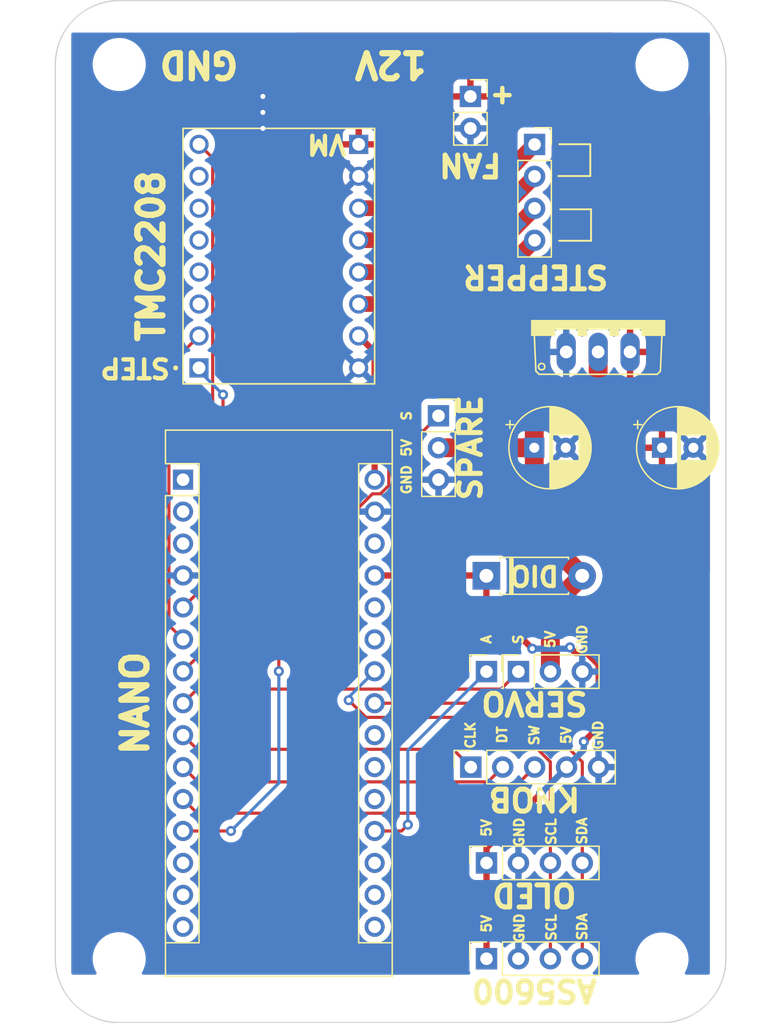
<source format=kicad_pcb>
(kicad_pcb (version 20211014) (generator pcbnew)
  (layers (0 "F.Cu" signal) (31 "B.Cu" signal) (34 "B.Paste" user) (35 "F.Paste" user) (36 "B.SilkS" user "B.Silkscreen") (37 "F.SilkS" user "F.Silkscreen") (38 "B.Mask" user) (39 "F.Mask" user) (44 "Edge.Cuts" user))
  (net 0 "")
  (net 4 "GND")
  (net 5 "Net-(A1-Pad5)")
  (net 6 "Net-(A1-Pad6)")
  (net 7 "Net-(A1-Pad7)")
  (net 8 "D5")
  (net 9 "CLK")
  (net 10 "DT")
  (net 11 "SW")
  (net 18 "Net-(A1-Pad19)")
  (net 22 "SDA")
  (net 23 "SCL")
  (net 26 "+5V")
  (net 28 "Net-(A1-Pad30)")
  (net 29 "Net-(C1-Pad1)")
  (net 30 "+12V")
  (net 31 "Net-(M1-Pad1)")
  (net 32 "Net-(M1-Pad2)")
  (net 33 "Net-(M1-Pad3)")
  (net 34 "Net-(M1-Pad4)")
  (net 39 "D9")
  (footprint "TMC2208_SILENTSTEPSTICK:MODULE_TMC2208_SILENTSTEPSTICK" (layer "F.Cu") (at 142.24 55.88 180)
    (fp_text reference "U2" hide)
    (fp_text value "TMC2208_SILENTSTEPSTICK")
    (pad "JP1_1" thru_hole rect (at 6.35 -8.89 180) (size 1.524 1.524) (drill 1.016) (layers *.Cu *.Mask) (net 7 "Net-(A1-Pad7)"))
    (pad "JP1_2" thru_hole circle (at 6.35 -6.35 180) (size 1.524 1.524) (drill 1.016) (layers *.Cu *.Mask) (net 6 "Net-(A1-Pad6)"))
    (pad "JP1_3" thru_hole circle (at 6.35 -3.81 180) (size 1.524 1.524) (drill 1.016) (layers *.Cu *.Mask))
    (pad "JP1_4" thru_hole circle (at 6.35 -1.27 180) (size 1.524 1.524) (drill 1.016) (layers *.Cu *.Mask))
    (pad "JP1_5" thru_hole circle (at 6.35 1.27 180) (size 1.524 1.524) (drill 1.016) (layers *.Cu *.Mask))
    (pad "JP1_6" thru_hole circle (at 6.35 3.81 180) (size 1.524 1.524) (drill 1.016) (layers *.Cu *.Mask))
    (pad "JP1_7" thru_hole circle (at 6.35 6.35 180) (size 1.524 1.524) (drill 1.016) (layers *.Cu *.Mask))
    (pad "JP1_8" thru_hole circle (at 6.35 8.89 180) (size 1.524 1.524) (drill 1.016) (layers *.Cu *.Mask) (net 5 "Net-(A1-Pad5)"))
    (pad "JP2_1" thru_hole rect (at -6.35 8.89 180) (size 1.524 1.524) (drill 1.016) (layers *.Cu *.Mask) (net 30 "+12V"))
    (pad "JP2_2" thru_hole circle (at -6.35 6.35 180) (size 1.524 1.524) (drill 1.016) (layers *.Cu *.Mask) (net 4 "GND"))
    (pad "JP2_3" thru_hole circle (at -6.35 3.81 180) (size 1.524 1.524) (drill 1.016) (layers *.Cu *.Mask) (net 31 "Net-(M1-Pad1)"))
    (pad "JP2_4" thru_hole circle (at -6.35 1.27 180) (size 1.524 1.524) (drill 1.016) (layers *.Cu *.Mask) (net 32 "Net-(M1-Pad2)"))
    (pad "JP2_5" thru_hole circle (at -6.35 -1.27 180) (size 1.524 1.524) (drill 1.016) (layers *.Cu *.Mask) (net 33 "Net-(M1-Pad3)"))
    (pad "JP2_6" thru_hole circle (at -6.35 -3.81 180) (size 1.524 1.524) (drill 1.016) (layers *.Cu *.Mask) (net 34 "Net-(M1-Pad4)"))
    (pad "JP2_7" thru_hole circle (at -6.35 -6.35 180) (size 1.524 1.524) (drill 1.016) (layers *.Cu *.Mask) (net 28 "Net-(A1-Pad30)"))
    (pad "JP2_8" thru_hole circle (at -6.35 -8.89 180) (size 1.524 1.524) (drill 1.016) (layers *.Cu *.Mask) (net 4 "GND"))
  )
  (footprint "Connector_PinSocket_2.54mm:PinSocket_1x03_P2.54mm_Vertical" (layer "F.Cu") (at 161.3 88.925 90)
    (fp_text reference "M3" hide)
    (fp_text value "Motor_Servo")
    (pad "1" thru_hole rect (at 0 0 90) (size 1.7 1.7) (drill 1) (layers *.Cu *.Mask) (net 8 "D5"))
    (pad "2" thru_hole oval (at 0 2.54 90) (size 1.7 1.7) (drill 1) (layers *.Cu *.Mask) (net 29 "Net-(C1-Pad1)"))
    (pad "3" thru_hole oval (at 0 5.08 90) (size 1.7 1.7) (drill 1) (layers *.Cu *.Mask) (net 4 "GND"))
  )
  (footprint "Connector_PinSocket_2.54mm:PinSocket_1x04_P2.54mm_Vertical" (layer "F.Cu") (at 158.76 104.14 90)
    (fp_text reference "U6" hide)
    (fp_text value "OLED Display")
    (pad "1" thru_hole rect (at 0 0 90) (size 1.7 1.7) (drill 1) (layers *.Cu *.Mask) (net 26 "+5V"))
    (pad "2" thru_hole oval (at 0 2.54 90) (size 1.7 1.7) (drill 1) (layers *.Cu *.Mask) (net 4 "GND"))
    (pad "3" thru_hole oval (at 0 5.08 90) (size 1.7 1.7) (drill 1) (layers *.Cu *.Mask) (net 23 "SCL"))
    (pad "4" thru_hole oval (at 0 7.62 90) (size 1.7 1.7) (drill 1) (layers *.Cu *.Mask) (net 22 "SDA"))
  )
  (footprint "Connector_PinSocket_2.54mm:PinSocket_1x02_P2.54mm_Vertical" (layer "F.Cu") (at 157.48 43.18)
    (fp_text reference "M2" hide)
    (fp_text value "Fan")
    (pad "1" thru_hole rect (at 0 0) (size 1.7 1.7) (drill 1) (layers *.Cu *.Mask) (net 30 "+12V"))
    (pad "2" thru_hole oval (at 0 2.54) (size 1.7 1.7) (drill 1) (layers *.Cu *.Mask) (net 4 "GND"))
  )
  (footprint "Connector_PinSocket_2.54mm:PinSocket_1x04_P2.54mm_Vertical" (layer "F.Cu") (at 158.76 111.76 90)
    (fp_text reference "U5" hide)
    (fp_text value "AS5600")
    (pad "1" thru_hole rect (at 0 0 90) (size 1.7 1.7) (drill 1) (layers *.Cu *.Mask) (net 26 "+5V"))
    (pad "2" thru_hole oval (at 0 2.54 90) (size 1.7 1.7) (drill 1) (layers *.Cu *.Mask) (net 4 "GND"))
    (pad "3" thru_hole oval (at 0 5.08 90) (size 1.7 1.7) (drill 1) (layers *.Cu *.Mask) (net 23 "SCL"))
    (pad "4" thru_hole oval (at 0 7.62 90) (size 1.7 1.7) (drill 1) (layers *.Cu *.Mask) (net 22 "SDA"))
  )
  (footprint "LD1085:TO220V" (layer "F.Cu") (at 167.64 60.96)
    (fp_text reference "U4" hide)
    (fp_text value "LD1085V50")
    (pad "1" thru_hole oval (at -2.54 2.54) (size 1.524 3.048) (drill 1.016) (layers *.Cu *.Mask) (net 4 "GND"))
    (pad "2" thru_hole oval (at 0 2.54) (size 1.524 3.048) (drill 1.016) (layers *.Cu *.Mask) (net 29 "Net-(C1-Pad1)"))
    (pad "3" thru_hole oval (at 2.54 2.54) (size 1.524 3.048) (drill 1.016) (layers *.Cu *.Mask) (net 30 "+12V"))
  )
  (footprint "Connector_PinSocket_2.54mm:PinSocket_1x04_P2.54mm_Vertical" (layer "F.Cu") (at 162.585 47)
    (fp_text reference "M1" hide)
    (fp_text value "Stepper_Motor_bipolar")
    (pad "1" thru_hole rect (at 0 0) (size 1.7 1.7) (drill 1) (layers *.Cu *.Mask) (net 31 "Net-(M1-Pad1)"))
    (pad "2" thru_hole oval (at 0 2.54) (size 1.7 1.7) (drill 1) (layers *.Cu *.Mask) (net 32 "Net-(M1-Pad2)"))
    (pad "3" thru_hole oval (at 0 5.08) (size 1.7 1.7) (drill 1) (layers *.Cu *.Mask) (net 33 "Net-(M1-Pad3)"))
    (pad "4" thru_hole oval (at 0 7.62) (size 1.7 1.7) (drill 1) (layers *.Cu *.Mask) (net 34 "Net-(M1-Pad4)"))
  )
  (footprint "MountingHole:MountingHole_3.2mm_M3" (layer "F.Cu") (at 172.72 111.785)
    (fp_text reference "REF**" hide)
    (fp_text value "MountingHole_3.2mm_M3")
    (pad "" np_thru_hole circle (at 0 0) (size 3.2 3.2) (drill 3.2) (layers *.Cu *.Mask))
  )
  (footprint "Connector_PinSocket_2.54mm:PinSocket_1x03_P2.54mm_Vertical" (layer "F.Cu") (at 154.94 68.58)
    (fp_text reference "M4" hide)
    (fp_text value "Spare")
    (pad "1" thru_hole rect (at 0 0) (size 1.7 1.7) (drill 1) (layers *.Cu *.Mask) (net 39 "D9"))
    (pad "2" thru_hole oval (at 0 2.54) (size 1.7 1.7) (drill 1) (layers *.Cu *.Mask) (net 29 "Net-(C1-Pad1)"))
    (pad "3" thru_hole oval (at 0 5.08) (size 1.7 1.7) (drill 1) (layers *.Cu *.Mask) (net 4 "GND"))
  )
  (footprint "MountingHole:MountingHole_3.2mm_M3" (layer "F.Cu") (at 129.54 40.64)
    (fp_text reference "REF**" hide)
    (fp_text value "MountingHole_3.2mm_M3")
    (pad "" np_thru_hole circle (at 0 0) (size 3.2 3.2) (drill 3.2) (layers *.Cu *.Mask))
  )
  (footprint "Capacitor_THT:CP_Radial_D6.3mm_P2.50mm" (layer "F.Cu") (at 162.56 71.12)
    (fp_text reference "C1" hide)
    (fp_text value "10uF")
    (pad "1" thru_hole rect (at 0 0) (size 1.6 1.6) (drill 0.8) (layers *.Cu *.Mask) (net 29 "Net-(C1-Pad1)"))
    (pad "2" thru_hole circle (at 2.5 0) (size 1.6 1.6) (drill 0.8) (layers *.Cu *.Mask) (net 4 "GND"))
  )
  (footprint "Connector_PinSocket_2.54mm:PinSocket_1x05_P2.54mm_Vertical" (layer "F.Cu") (at 157.51 96.52 90)
    (fp_text reference "U3" hide)
    (fp_text value "Encoder")
    (pad "1" thru_hole rect (at 0 0 90) (size 1.7 1.7) (drill 1) (layers *.Cu *.Mask) (net 9 "CLK"))
    (pad "2" thru_hole oval (at 0 2.54 90) (size 1.7 1.7) (drill 1) (layers *.Cu *.Mask) (net 10 "DT"))
    (pad "3" thru_hole oval (at 0 5.08 90) (size 1.7 1.7) (drill 1) (layers *.Cu *.Mask) (net 11 "SW"))
    (pad "4" thru_hole oval (at 0 7.62 90) (size 1.7 1.7) (drill 1) (layers *.Cu *.Mask) (net 26 "+5V"))
    (pad "5" thru_hole oval (at 0 10.16 90) (size 1.7 1.7) (drill 1) (layers *.Cu *.Mask) (net 4 "GND"))
  )
  (footprint "Diode_THT:D_DO-41_SOD81_P7.62mm_Horizontal" (layer "F.Cu") (at 158.75 81.305)
    (fp_text reference "D1" hide)
    (fp_text value "1N4002")
    (pad "1" thru_hole rect (at 0 0) (size 2.2 2.2) (drill 1.1) (layers *.Cu *.Mask) (net 26 "+5V"))
    (pad "2" thru_hole oval (at 7.62 0) (size 2.2 2.2) (drill 1.1) (layers *.Cu *.Mask) (net 29 "Net-(C1-Pad1)"))
  )
  (footprint "Library:PowerPads" (layer "F.Cu") (at 146.05 40.64 180)
    (fp_text reference "U1" hide)
    (fp_text value "PowerIn")
    (pad "1" smd roundrect (at 0 0 180) (size 3.5 3.5) (layers "F.Cu" "F.Paste" "F.Mask") (net 30 "+12V"))
    (pad "2" smd roundrect (at 5.08 0 180) (size 3.5 3.5) (layers "F.Cu" "F.Paste" "F.Mask") (net 4 "GND"))
  )
  (footprint "Capacitor_THT:CP_Radial_D6.3mm_P2.50mm" (layer "F.Cu") (at 172.72 71.12)
    (fp_text reference "C2" hide)
    (fp_text value "10uF")
    (pad "1" thru_hole rect (at 0 0) (size 1.6 1.6) (drill 0.8) (layers *.Cu *.Mask) (net 30 "+12V"))
    (pad "2" thru_hole circle (at 2.5 0) (size 1.6 1.6) (drill 0.8) (layers *.Cu *.Mask) (net 4 "GND"))
  )
  (footprint "MountingHole:MountingHole_3.2mm_M3" (layer "F.Cu") (at 129.54 111.76)
    (fp_text reference "REF**" hide)
    (fp_text value "MountingHole_3.2mm_M3")
    (pad "" np_thru_hole circle (at 0 0) (size 3.2 3.2) (drill 3.2) (layers *.Cu *.Mask))
  )
  (footprint "MountingHole:MountingHole_3.2mm_M3" (layer "F.Cu") (at 172.72 40.665)
    (fp_text reference "REF**" hide)
    (fp_text value "MountingHole_3.2mm_M3")
    (pad "" np_thru_hole circle (at 0 0) (size 3.2 3.2) (drill 3.2) (layers *.Cu *.Mask))
  )
  (footprint "Module:Arduino_Nano" (layer "F.Cu") (at 134.62 73.66)
    (fp_text reference "A1" hide)
    (fp_text value "Arduino_Nano_v3.x")
    (pad "1" thru_hole rect (at 0 0) (size 1.6 1.6) (drill 1) (layers *.Cu *.Mask))
    (pad "2" thru_hole oval (at 0 2.54) (size 1.6 1.6) (drill 1) (layers *.Cu *.Mask))
    (pad "3" thru_hole oval (at 0 5.08) (size 1.6 1.6) (drill 1) (layers *.Cu *.Mask))
    (pad "4" thru_hole oval (at 0 7.62) (size 1.6 1.6) (drill 1) (layers *.Cu *.Mask) (net 4 "GND"))
    (pad "5" thru_hole oval (at 0 10.16) (size 1.6 1.6) (drill 1) (layers *.Cu *.Mask) (net 5 "Net-(A1-Pad5)"))
    (pad "6" thru_hole oval (at 0 12.7) (size 1.6 1.6) (drill 1) (layers *.Cu *.Mask) (net 6 "Net-(A1-Pad6)"))
    (pad "7" thru_hole oval (at 0 15.24) (size 1.6 1.6) (drill 1) (layers *.Cu *.Mask) (net 7 "Net-(A1-Pad7)"))
    (pad "8" thru_hole oval (at 0 17.78) (size 1.6 1.6) (drill 1) (layers *.Cu *.Mask) (net 8 "D5"))
    (pad "9" thru_hole oval (at 0 20.32) (size 1.6 1.6) (drill 1) (layers *.Cu *.Mask) (net 9 "CLK"))
    (pad "10" thru_hole oval (at 0 22.86) (size 1.6 1.6) (drill 1) (layers *.Cu *.Mask) (net 10 "DT"))
    (pad "11" thru_hole oval (at 0 25.4) (size 1.6 1.6) (drill 1) (layers *.Cu *.Mask) (net 11 "SW"))
    (pad "12" thru_hole oval (at 0 27.94) (size 1.6 1.6) (drill 1) (layers *.Cu *.Mask) (net 39 "D9"))
    (pad "13" thru_hole oval (at 0 30.48) (size 1.6 1.6) (drill 1) (layers *.Cu *.Mask))
    (pad "14" thru_hole oval (at 0 33.02) (size 1.6 1.6) (drill 1) (layers *.Cu *.Mask))
    (pad "15" thru_hole oval (at 0 35.56) (size 1.6 1.6) (drill 1) (layers *.Cu *.Mask))
    (pad "16" thru_hole oval (at 15.24 35.56) (size 1.6 1.6) (drill 1) (layers *.Cu *.Mask))
    (pad "17" thru_hole oval (at 15.24 33.02) (size 1.6 1.6) (drill 1) (layers *.Cu *.Mask))
    (pad "18" thru_hole oval (at 15.24 30.48) (size 1.6 1.6) (drill 1) (layers *.Cu *.Mask))
    (pad "19" thru_hole oval (at 15.24 27.94) (size 1.6 1.6) (drill 1) (layers *.Cu *.Mask) (net 18 "Net-(A1-Pad19)"))
    (pad "20" thru_hole oval (at 15.24 25.4) (size 1.6 1.6) (drill 1) (layers *.Cu *.Mask))
    (pad "21" thru_hole oval (at 15.24 22.86) (size 1.6 1.6) (drill 1) (layers *.Cu *.Mask))
    (pad "22" thru_hole oval (at 15.24 20.32) (size 1.6 1.6) (drill 1) (layers *.Cu *.Mask))
    (pad "23" thru_hole oval (at 15.24 17.78) (size 1.6 1.6) (drill 1) (layers *.Cu *.Mask) (net 22 "SDA"))
    (pad "24" thru_hole oval (at 15.24 15.24) (size 1.6 1.6) (drill 1) (layers *.Cu *.Mask) (net 23 "SCL"))
    (pad "25" thru_hole oval (at 15.24 12.7) (size 1.6 1.6) (drill 1) (layers *.Cu *.Mask))
    (pad "26" thru_hole oval (at 15.24 10.16) (size 1.6 1.6) (drill 1) (layers *.Cu *.Mask))
    (pad "27" thru_hole oval (at 15.24 7.62) (size 1.6 1.6) (drill 1) (layers *.Cu *.Mask) (net 26 "+5V"))
    (pad "28" thru_hole oval (at 15.24 5.08) (size 1.6 1.6) (drill 1) (layers *.Cu *.Mask))
    (pad "29" thru_hole oval (at 15.24 2.54) (size 1.6 1.6) (drill 1) (layers *.Cu *.Mask) (net 4 "GND"))
    (pad "30" thru_hole oval (at 15.24 0) (size 1.6 1.6) (drill 1) (layers *.Cu *.Mask) (net 28 "Net-(A1-Pad30)"))
  )
  (footprint "Connector_PinSocket_2.54mm:PinSocket_1x01_P2.54mm_Vertical" (layer "F.Cu") (at 158.76 88.925 90)
    (fp_text reference "J1" hide)
    (fp_text value "Servo Feedback")
    (pad "1" thru_hole rect (at 0 0 90) (size 1.7 1.7) (drill 1) (layers *.Cu *.Mask) (net 18 "Net-(A1-Pad19)"))
  )
  (gr_line (start 167.015023 49.509512) (end 164.475023 49.509512) (layer "F.SilkS") (width 0.15))
  (gr_line (start 167.075601 52.15866) (end 167.075601 54.65866) (layer "F.SilkS") (width 0.15))
  (gr_line (start 167.015023 46.979512) (end 167.015023 49.509512) (layer "F.SilkS") (width 0.15))
  (gr_line (start 167.075601 54.65866) (end 164.535601 54.65866) (layer "F.SilkS") (width 0.15))
  (gr_line (start 167.015023 46.979512) (end 164.560023 46.979512) (layer "F.SilkS") (width 0.15))
  (gr_line (start 164.620601 52.15866) (end 167.075601 52.15866) (layer "F.SilkS") (width 0.15))
  (gr_line (start 129.54 35.56) (end 172.72 35.56) (layer "Edge.Cuts") (width 0.1))
  (gr_line (start 177.8 40.64) (end 177.8 111.76) (layer "Edge.Cuts") (width 0.1))
  (gr_arc (start 177.8 111.76) (mid 176.312102 115.352102) (end 172.72 116.84) (layer "Edge.Cuts") (width 0.1))
  (gr_arc (start 172.72 35.56) (mid 176.312102 37.047898) (end 177.8 40.64) (layer "Edge.Cuts") (width 0.1))
  (gr_arc (start 124.46 40.64) (mid 125.947898 37.047898) (end 129.54 35.56) (layer "Edge.Cuts") (width 0.1))
  (gr_arc (start 129.54 116.84) (mid 125.947898 115.352102) (end 124.46 111.76) (layer "Edge.Cuts") (width 0.1))
  (gr_line (start 124.46 111.76) (end 124.46 40.64) (layer "Edge.Cuts") (width 0.1))
  (gr_line (start 172.72 116.84) (end 129.54 116.84) (layer "Edge.Cuts") (width 0.1))
  (gr_text "GND" (at 161.37 109.32 90) (layer "F.SilkS") (effects (font (size 0.75 0.75) (thickness 0.1875))))
  (gr_text "GND" (at 135.89 40.64 180) (layer "F.SilkS") (effects (font (size 2 2) (thickness 0.5))))
  (gr_text "5V\n" (at 158.76 101.35 90) (layer "F.SilkS") (effects (font (size 0.75 0.75) (thickness 0.1875))))
  (gr_text "S" (at 161.29 86.36 90) (layer "F.SilkS") (effects (font (size 0.75 0.75) (thickness 0.1875))))
  (gr_text "SDA" (at 166.37 109.22 90) (layer "F.SilkS") (effects (font (size 0.75 0.75) (thickness 0.1875))))
  (gr_text "STEP" (at 130.81 64.77 180) (layer "F.SilkS") (effects (font (size 1.5 1.5) (thickness 0.35))))
  (gr_text "S" (at 152.4 68.58 90) (layer "F.SilkS") (effects (font (size 0.75 0.75) (thickness 0.1875))))
  (gr_text "5V\n" (at 165.1 93.98 90) (layer "F.SilkS") (effects (font (size 0.75 0.75) (thickness 0.1875))))
  (gr_text "SW" (at 162.56 93.98 90) (layer "F.SilkS") (effects (font (size 0.75 0.75) (thickness 0.1875))))
  (gr_text "SERVO" (at 162.57 91.44 180) (layer "F.SilkS") (effects (font (size 1.75 1.75) (thickness 0.4))))
  (gr_text "VM\n" (at 146.05 46.99 180) (layer "F.SilkS") (effects (font (size 1.5 1.5) (thickness 0.35))))
  (gr_text "A" (at 158.75 86.36 90) (layer "F.SilkS") (effects (font (size 0.75 0.75) (thickness 0.1875))))
  (gr_text "FAN" (at 157.467106 48.627336 180) (layer "F.SilkS") (effects (font (size 1.75 1.75) (thickness 0.4))))
  (gr_text "STEPPER\n" (at 162.676629 57.519515 180) (layer "F.SilkS") (effects (font (size 1.75 1.75) (thickness 0.4))))
  (gr_text "SCL" (at 163.92 109.27 90) (layer "F.SilkS") (effects (font (size 0.75 0.75) (thickness 0.1875))))
  (gr_text "SDA" (at 166.36 101.6 90) (layer "F.SilkS") (effects (font (size 0.75 0.75) (thickness 0.1875))))
  (gr_text "5V\n" (at 152.4 71.12 90) (layer "F.SilkS") (effects (font (size 0.75 0.75) (thickness 0.1875))))
  (gr_text "AS5600\n" (at 162.56 114.3 180) (layer "F.SilkS") (effects (font (size 1.75 1.75) (thickness 0.4))))
  (gr_text "GND" (at 167.64 93.98 90) (layer "F.SilkS") (effects (font (size 0.75 0.75) (thickness 0.1875))))
  (gr_text "SCL" (at 163.91 101.65 90) (layer "F.SilkS") (effects (font (size 0.75 0.75) (thickness 0.1875))))
  (gr_text "OLED" (at 162.56 106.68 180) (layer "F.SilkS") (effects (font (size 1.75 1.75) (thickness 0.4))))
  (gr_text "TMC2208" (at 132.08 55.88 90) (layer "F.SilkS") (effects (font (size 2 2) (thickness 0.5))))
  (gr_text "GND" (at 152.4 73.66 90) (layer "F.SilkS") (effects (font (size 0.75 0.75) (thickness 0.1875))))
  (gr_text "DT" (at 160.004108 93.953256 90) (layer "F.SilkS") (effects (font (size 0.75 0.75) (thickness 0.1875))))
  (gr_text "5V\n" (at 163.83 86.36 90) (layer "F.SilkS") (effects (font (size 0.75 0.75) (thickness 0.1875))))
  (gr_text "CLK" (at 157.48 93.98 90) (layer "F.SilkS") (effects (font (size 0.75 0.75) (thickness 0.1875))))
  (gr_text "DIO" (at 162.56 81.28 180) (layer "F.SilkS") (effects (font (size 1.5 1.5) (thickness 0.35))))
  (gr_text "+" (at 160.02 43.18 180) (layer "F.SilkS") (effects (font (size 1.5 1.5) (thickness 0.35))))
  (gr_text "NANO\n" (at 130.81 91.44 90) (layer "F.SilkS") (effects (font (size 2 2) (thickness 0.5))))
  (gr_text "KNOB\n" (at 162.56 99.06 180) (layer "F.SilkS") (effects (font (size 1.75 1.75) (thickness 0.4))))
  (gr_text "SPARE" (at 157.48 71.12 90) (layer "F.SilkS") (effects (font (size 1.75 1.75) (thickness 0.4))))
  (gr_text "12V" (at 151.13 40.64 180) (layer "F.SilkS") (effects (font (size 2 2) (thickness 0.5))))
  (gr_text "GND" (at 166.37 86.36 90) (layer "F.SilkS") (effects (font (size 0.75 0.75) (thickness 0.1875))))
  (gr_text "5V\n" (at 158.77 108.97 90) (layer "F.SilkS") (effects (font (size 0.75 0.75) (thickness 0.1875))))
  (gr_text "GND" (at 161.36 101.7 90) (layer "F.SilkS") (effects (font (size 0.75 0.75) (thickness 0.1875))))
  (segment (start 140.97 43.18) (end 140.97 44.45) (width 3) (layer "F.Cu") (net 4))
  (segment (start 140.97 40.64) (end 140.97 43.18) (width 3) (layer "F.Cu") (net 4))
  (segment (start 140.97 44.45) (end 140.97 45.72) (width 3) (layer "F.Cu") (net 4))
  (via (at 140.97 43.18) (size 0.8) (drill 0.4) (layers "F.Cu" "B.Cu") (net 4))
  (via (at 140.97 44.45) (size 0.8) (drill 0.4) (layers "F.Cu" "B.Cu") (net 4))
  (via (at 140.97 45.72) (size 0.8) (drill 0.4) (layers "F.Cu" "B.Cu") (net 4))
  (segment (start 135.89 46.99) (end 136.976511 48.076511) (width 0.25) (layer "F.Cu") (net 5))
  (segment (start 136.976511 81.463489) (end 134.62 83.82) (width 0.25) (layer "F.Cu") (net 5))
  (segment (start 136.976511 48.076511) (end 136.976511 81.463489) (width 0.25) (layer "F.Cu") (net 5))
  (segment (start 133.495489 64.624511) (end 135.89 62.23) (width 0.25) (layer "F.Cu") (net 6))
  (segment (start 133.495489 85.235489) (end 133.495489 64.624511) (width 0.25) (layer "F.Cu") (net 6))
  (segment (start 134.62 86.36) (end 133.495489 85.235489) (width 0.25) (layer "F.Cu") (net 6))
  (segment (start 134.62 88.9) (end 137.8 85.72) (width 0.25) (layer "F.Cu") (net 7))
  (segment (start 137.8 85.72) (end 137.8 66.9) (width 0.25) (layer "F.Cu") (net 7))
  (via (at 137.8 66.9) (size 0.8) (drill 0.4) (layers "F.Cu" "B.Cu") (net 7))
  (segment (start 137.8 66.9) (end 135.89 64.99) (width 0.25) (layer "B.Cu") (net 7))
  (segment (start 135.89 64.99) (end 135.89 64.77) (width 0.25) (layer "B.Cu") (net 7))
  (segment (start 134.62 91.44) (end 135.744511 90.315489) (width 0.25) (layer "F.Cu") (net 8))
  (segment (start 135.744511 90.315489) (end 159.909511 90.315489) (width 0.25) (layer "F.Cu") (net 8))
  (segment (start 159.909511 90.315489) (end 161.3 88.925) (width 0.25) (layer "F.Cu") (net 8))
  (segment (start 135.744511 95.104511) (end 156.094511 95.104511) (width 0.25) (layer "F.Cu") (net 9))
  (segment (start 156.094511 95.104511) (end 157.51 96.52) (width 0.25) (layer "F.Cu") (net 9))
  (segment (start 134.62 93.98) (end 135.744511 95.104511) (width 0.25) (layer "F.Cu") (net 9))
  (segment (start 135.794511 97.694511) (end 158.875489 97.694511) (width 0.25) (layer "F.Cu") (net 10))
  (segment (start 158.875489 97.694511) (end 160.05 96.52) (width 0.25) (layer "F.Cu") (net 10))
  (segment (start 134.62 96.52) (end 135.794511 97.694511) (width 0.25) (layer "F.Cu") (net 10))
  (segment (start 135.744511 100.184511) (end 158.925489 100.184511) (width 0.25) (layer "F.Cu") (net 11))
  (segment (start 158.925489 100.184511) (end 162.59 96.52) (width 0.25) (layer "F.Cu") (net 11))
  (segment (start 134.62 99.06) (end 135.744511 100.184511) (width 0.25) (layer "F.Cu") (net 11))
  (segment (start 149.86 101.6) (end 152 101.6) (width 0.25) (layer "F.Cu") (net 18))
  (segment (start 152 101.6) (end 152.5 101.1) (width 0.25) (layer "F.Cu") (net 18))
  (via (at 152.5 101.1) (size 0.8) (drill 0.4) (layers "F.Cu" "B.Cu") (net 18))
  (segment (start 152.5 95.185) (end 158.76 88.925) (width 0.25) (layer "B.Cu") (net 18))
  (segment (start 152.5 101.1) (end 152.5 95.185) (width 0.25) (layer "B.Cu") (net 18))
  (segment (start 166.38 111.76) (end 166.38 104.14) (width 0.25) (layer "F.Cu") (net 22))
  (segment (start 149.86 91.44) (end 161.71101 91.44) (width 0.25) (layer "F.Cu") (net 22))
  (segment (start 161.71101 91.44) (end 166.38 96.10899) (width 0.25) (layer "F.Cu") (net 22))
  (segment (start 166.38 96.10899) (end 166.38 104.14) (width 0.25) (layer "F.Cu") (net 22))
  (segment (start 163.84 104.14) (end 163.84 96.10899) (width 0.25) (layer "F.Cu") (net 23))
  (segment (start 163.84 96.10899) (end 160.295521 92.564511) (width 0.25) (layer "F.Cu") (net 23))
  (segment (start 160.295521 92.564511) (end 149.164511 92.564511) (width 0.25) (layer "F.Cu") (net 23))
  (segment (start 149.164511 92.564511) (end 147.8 91.2) (width 0.25) (layer "F.Cu") (net 23))
  (segment (start 163.84 104.14) (end 163.84 111.76) (width 0.25) (layer "F.Cu") (net 23))
  (via (at 147.8 91.2) (size 0.8) (drill 0.4) (layers "F.Cu" "B.Cu") (net 23))
  (segment (start 147.8 90.96) (end 149.86 88.9) (width 0.25) (layer "B.Cu") (net 23))
  (segment (start 147.8 91.2) (end 147.8 90.96) (width 0.25) (layer "B.Cu") (net 23))
  (segment (start 167.679511 93.320489) (end 166.5 94.5) (width 0.5) (layer "F.Cu") (net 26))
  (segment (start 158.725 81.28) (end 158.75 81.305) (width 0.5) (layer "F.Cu") (net 26))
  (segment (start 158.75 83.45) (end 162.4 87.1) (width 0.5) (layer "F.Cu") (net 26))
  (segment (start 165.841724 87.441724) (end 166.734511 87.441724) (width 0.5) (layer "F.Cu") (net 26))
  (segment (start 158.76 111.76) (end 158.76 104.14) (width 0.5) (layer "F.Cu") (net 26))
  (segment (start 163.1 98.6) (end 158.76 102.94) (width 0.5) (layer "F.Cu") (net 26))
  (segment (start 158.76 102.94) (end 158.76 104.14) (width 0.5) (layer "F.Cu") (net 26))
  (segment (start 158.75 81.305) (end 158.75 83.45) (width 0.5) (layer "F.Cu") (net 26))
  (segment (start 166.734511 87.441724) (end 167.679511 88.386724) (width 0.5) (layer "F.Cu") (net 26))
  (segment (start 167.679511 88.386724) (end 167.679511 93.320489) (width 0.5) (layer "F.Cu") (net 26))
  (segment (start 149.86 81.28) (end 158.725 81.28) (width 0.5) (layer "F.Cu") (net 26))
  (segment (start 165.4 87) (end 165.841724 87.441724) (width 0.5) (layer "F.Cu") (net 26))
  (via (at 166.5 94.5) (size 0.8) (drill 0.4) (layers "F.Cu" "B.Cu") (net 26))
  (via (at 165.4 87) (size 0.8) (drill 0.4) (layers "F.Cu" "B.Cu") (net 26))
  (via (at 162.4 87.1) (size 0.8) (drill 0.4) (layers "F.Cu" "B.Cu") (net 26))
  (via (at 163.1 98.6) (size 0.8) (drill 0.4) (layers "F.Cu" "B.Cu") (net 26))
  (segment (start 165.13 96.52) (end 165.13 96.57) (width 0.5) (layer "B.Cu") (net 26))
  (segment (start 165.3 87.1) (end 165.4 87) (width 0.5) (layer "B.Cu") (net 26))
  (segment (start 162.4 87.1) (end 165.3 87.1) (width 0.5) (layer "B.Cu") (net 26))
  (segment (start 166.5 95.15) (end 165.13 96.52) (width 0.5) (layer "B.Cu") (net 26))
  (segment (start 166.5 94.5) (end 166.5 95.15) (width 0.5) (layer "B.Cu") (net 26))
  (segment (start 165.13 96.57) (end 163.1 98.6) (width 0.5) (layer "B.Cu") (net 26))
  (segment (start 148.59 62.23) (end 149.86 63.5) (width 0.5) (layer "F.Cu") (net 28))
  (segment (start 149.86 63.5) (end 149.86 73.66) (width 0.5) (layer "F.Cu") (net 28))
  (segment (start 167.64 66.04) (end 167.64 63.5) (width 1.5) (layer "F.Cu") (net 29))
  (segment (start 162.56 68.58) (end 163.83 67.31) (width 1.5) (layer "F.Cu") (net 29))
  (segment (start 162.56 71.12) (end 162.56 68.58) (width 1.5) (layer "F.Cu") (net 29))
  (segment (start 163.84 83.835) (end 163.84 88.925) (width 1.5) (layer "F.Cu") (net 29))
  (segment (start 166.37 81.305) (end 163.84 83.835) (width 1.5) (layer "F.Cu") (net 29))
  (segment (start 162.56 77.495) (end 162.56 71.12) (width 1.5) (layer "F.Cu") (net 29))
  (segment (start 163.83 67.31) (end 166.37 67.31) (width 1.5) (layer "F.Cu") (net 29))
  (segment (start 166.37 81.305) (end 162.56 77.495) (width 1.5) (layer "F.Cu") (net 29))
  (segment (start 162.56 71.12) (end 154.94 71.12) (width 1.5) (layer "F.Cu") (net 29))
  (segment (start 166.37 67.31) (end 167.64 66.04) (width 1.5) (layer "F.Cu") (net 29))
  (segment (start 148.59 52.07) (end 157.515 52.07) (width 1.25) (layer "F.Cu") (net 31))
  (segment (start 157.515 52.07) (end 162.585 47) (width 1.25) (layer "F.Cu") (net 31))
  (segment (start 157.515 54.61) (end 162.585 49.54) (width 1.25) (layer "F.Cu") (net 32))
  (segment (start 148.59 54.61) (end 157.515 54.61) (width 1.25) (layer "F.Cu") (net 32))
  (segment (start 148.59 57.15) (end 157.515 57.15) (width 1.25) (layer "F.Cu") (net 33))
  (segment (start 157.515 57.15) (end 162.585 52.08) (width 1.25) (layer "F.Cu") (net 33))
  (segment (start 157.515 59.69) (end 162.585 54.62) (width 1.25) (layer "F.Cu") (net 34))
  (segment (start 148.59 59.69) (end 157.515 59.69) (width 1.25) (layer "F.Cu") (net 34))
  (segment (start 150.984511 74.125789) (end 150.984511 72.535489) (width 0.25) (layer "F.Cu") (net 39))
  (segment (start 142.24 82.2297) (end 149.685189 74.784511) (width 0.25) (layer "F.Cu") (net 39))
  (segment (start 150.984511 72.535489) (end 154.94 68.58) (width 0.25) (layer "F.Cu") (net 39))
  (segment (start 134.62 101.6) (end 138.43 101.6) (width 0.25) (layer "F.Cu") (net 39))
  (segment (start 149.685189 74.784511) (end 150.325789 74.784511) (width 0.25) (layer "F.Cu") (net 39))
  (segment (start 142.24 88.9) (end 142.24 82.2297) (width 0.25) (layer "F.Cu") (net 39))
  (segment (start 150.325789 74.784511) (end 150.984511 74.125789) (width 0.25) (layer "F.Cu") (net 39))
  (via (at 138.43 101.6) (size 0.8) (drill 0.4) (layers "F.Cu" "B.Cu") (net 39))
  (via (at 142.24 88.9) (size 0.8) (drill 0.4) (layers "F.Cu" "B.Cu") (net 39))
  (segment (start 138.43 101.6) (end 142.24 97.79) (width 0.25) (layer "B.Cu") (net 39))
  (segment (start 142.24 97.79) (end 142.24 88.9) (width 0.25) (layer "B.Cu") (net 39))
  (zone (net 30) (net_name "+12V") (layer "F.Cu") (connect_pads (clearance 0.508)) (min_thickness 0.254) (fill yes (thermal_gap 0.508) (thermal_bridge_width 0.508))
    (polygon (pts (xy 168.91 44.45) (xy 176.53 44.45) (xy 176.53 81.28) (xy 143.51 48.26) (xy 143.51 38.1) (xy 168.91 38.1)))
  )
  (zone (net 4) (net_name "GND") (layer "B.Cu") (connect_pads (clearance 0.508)) (min_thickness 0.254) (fill yes (thermal_gap 0.508) (thermal_bridge_width 0.508))
    (polygon (pts (xy 176.53 113.03) (xy 125.73 113.03) (xy 125.73 38.1) (xy 176.53 38.1)))
  )
)
</source>
